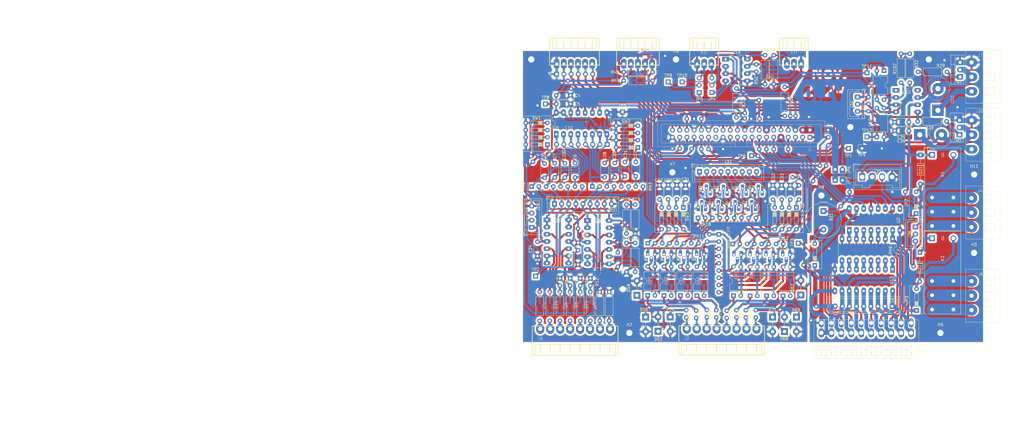
<source format=kicad_pcb>
(kicad_pcb
	(version 20240108)
	(generator "pcbnew")
	(generator_version "8.0")
	(general
		(thickness 1.6)
		(legacy_teardrops no)
	)
	(paper "A4")
	(layers
		(0 "F.Cu" signal)
		(1 "In1.Cu" signal)
		(2 "In2.Cu" signal)
		(31 "B.Cu" signal)
		(32 "B.Adhes" user "B.Adhesive")
		(33 "F.Adhes" user "F.Adhesive")
		(34 "B.Paste" user)
		(35 "F.Paste" user)
		(36 "B.SilkS" user "B.Silkscreen")
		(37 "F.SilkS" user "F.Silkscreen")
		(38 "B.Mask" user)
		(39 "F.Mask" user)
		(40 "Dwgs.User" user "User.Drawings")
		(41 "Cmts.User" user "User.Comments")
		(42 "Eco1.User" user "User.Eco1")
		(43 "Eco2.User" user "User.Eco2")
		(44 "Edge.Cuts" user)
		(45 "Margin" user)
		(46 "B.CrtYd" user "B.Courtyard")
		(47 "F.CrtYd" user "F.Courtyard")
		(48 "B.Fab" user)
		(49 "F.Fab" user)
		(50 "User.1" user)
		(51 "User.2" user)
		(52 "User.3" user)
		(53 "User.4" user)
		(54 "User.5" user)
		(55 "User.6" user)
		(56 "User.7" user)
		(57 "User.8" user)
		(58 "User.9" user)
	)
	(setup
		(stackup
			(layer "F.SilkS"
				(type "Top Silk Screen")
			)
			(layer "F.Paste"
				(type "Top Solder Paste")
			)
			(layer "F.Mask"
				(type "Top Solder Mask")
				(thickness 0.01)
			)
			(layer "F.Cu"
				(type "copper")
				(thickness 0.035)
			)
			(layer "dielectric 1"
				(type "prepreg")
				(thickness 0.1)
				(material "FR4")
				(epsilon_r 4.5)
				(loss_tangent 0.02)
			)
			(layer "In1.Cu"
				(type "copper")
				(thickness 0.035)
			)
			(layer "dielectric 2"
				(type "core")
				(thickness 1.24)
				(material "FR4")
				(epsilon_r 4.5)
				(loss_tangent 0.02)
			)
			(layer "In2.Cu"
				(type "copper")
				(thickness 0.035)
			)
			(layer "dielectric 3"
				(type "prepreg")
				(thickness 0.1)
				(material "FR4")
				(epsilon_r 4.5)
				(loss_tangent 0.02)
			)
			(layer "B.Cu"
				(type "copper")
				(thickness 0.035)
			)
			(layer "B.Mask"
				(type "Bottom Solder Mask")
				(thickness 0.01)
			)
			(layer "B.Paste"
				(type "Bottom Solder Paste")
			)
			(layer "B.SilkS"
				(type "Bottom Silk Screen")
				(color "Red")
			)
			(copper_finish "None")
			(dielectric_constraints no)
		)
		(pad_to_mask_clearance 0)
		(allow_soldermask_bridges_in_footprints no)
		(pcbplotparams
			(layerselection 0x0000000_7ffffff9)
			(plot_on_all_layers_selection 0x00290ba_00000000)
			(disableapertmacros no)
			(usegerberextensions no)
			(usegerberattributes no)
			(usegerberadvancedattributes yes)
			(creategerberjobfile yes)
			(dashed_line_dash_ratio 12.000000)
			(dashed_line_gap_ratio 3.000000)
			(svgprecision 4)
			(plotframeref no)
			(viasonmask no)
			(mode 1)
			(useauxorigin no)
			(hpglpennumber 1)
			(hpglpenspeed 20)
			(hpglpendiameter 15.000000)
			(pdf_front_fp_property_popups yes)
			(pdf_back_fp_property_popups yes)
			(dxfpolygonmode yes)
			(dxfimperialunits yes)
			(dxfusepcbnewfont yes)
			(psnegative no)
			(psa4output no)
			(plotreference no)
			(plotvalue no)
			(plotfptext no)
			(plotinvisibletext no)
			(sketchpadsonfab no)
			(subtractmaskfromsilk no)
			(outputformat 5)
			(mirror no)
			(drillshape 1)
			(scaleselection 1)
			(outputdirectory "export/")
		)
	)
	(net 0 "")
	(net 1 "+5V")
	(net 2 "/Buzzer")
	(net 3 "GND")
	(net 4 "+3V3")
	(net 5 "/ADC_CH3")
	(net 6 "/ADC_CH1")
	(net 7 "+12V")
	(net 8 "/Dig-IN_1")
	(net 9 "-5V")
	(net 10 "/ADC_CH5")
	(net 11 "/ADC_CH6")
	(net 12 "/ADC_CH0")
	(net 13 "/ADC_CH2")
	(net 14 "/ADC_CH7")
	(net 15 "/ADC_CH4")
	(net 16 "/Dig-IN_2")
	(net 17 "/Dig-IN_3")
	(net 18 "/Dig-IN_4")
	(net 19 "/Dig-IN_5")
	(net 20 "/Dig-IN_6")
	(net 21 "/Dig-IN_7")
	(net 22 "/Dig-IN_8")
	(net 23 "OUT_Digital_1_open-drain")
	(net 24 "Net-(U3C-+)")
	(net 25 "Net-(U3D-+)")
	(net 26 "IN_Analog_T1 (0-3.3V)")
	(net 27 "IN_Analog_T5 (0-12V)")
	(net 28 "Net-(U9B-+)")
	(net 29 "/OUT_PWM_1_diode")
	(net 30 "/OUT_PWM_2_diode")
	(net 31 "Net-(U9A-+)")
	(net 32 "OUT_Digital_2_open-drain")
	(net 33 "OUT_Digital_3_open-drain")
	(net 34 "OUT_Digital_4_open-drain")
	(net 35 "OUT_Digital_5_open-drain")
	(net 36 "Net-(U3A-+)")
	(net 37 "I2C_SDA")
	(net 38 "RS485_B")
	(net 39 "RS485_A")
	(net 40 "Net-(D50-A1)")
	(net 41 "Net-(D51-A)")
	(net 42 "Net-(D53-A1)")
	(net 43 "Net-(D54-A)")
	(net 44 "Net-(D56-A1)")
	(net 45 "Net-(D57-A)")
	(net 46 "Net-(D59-A1)")
	(net 47 "Net-(D60-A)")
	(net 48 "Net-(D62-A1)")
	(net 49 "Net-(D63-A)")
	(net 50 "Net-(D65-A1)")
	(net 51 "Net-(D66-A)")
	(net 52 "Net-(D68-A1)")
	(net 53 "Net-(D69-A)")
	(net 54 "Net-(D71-A1)")
	(net 55 "Net-(D72-A)")
	(net 56 "unconnected-(J1-ID_SD{slash}GPIO0-Pad27)")
	(net 57 "/SPI_CE0_ADC")
	(net 58 "Net-(J1-3V3-Pad1)")
	(net 59 "/SPI0_miso_ADC")
	(net 60 "/UART_DIR-T")
	(net 61 "/SPI0_mosi_ADC")
	(net 62 "/SPI0_sclk_ADC")
	(net 63 "/UART_TX")
	(net 64 "/SPI1_miso_FREE")
	(net 65 "/SR-OUT_latch")
	(net 66 "/SPI1_mosi_FREE")
	(net 67 "/SR-OUT_clock")
	(net 68 "/SR-OUT_data")
	(net 69 "unconnected-(J1-ID_SC{slash}GPIO1-Pad28)")
	(net 70 "/SPI1_CE_FREE")
	(net 71 "/UART_RX")
	(net 72 "/OUT_PWM_2")
	(net 73 "/SPI1_sclk_FREE")
	(net 74 "/OUT_PWM_1")
	(net 75 "IN_Digital_8")
	(net 76 "IN_Digital_5")
	(net 77 "IN_Digital_2")
	(net 78 "IN_Digital_3")
	(net 79 "IN_Digital_4")
	(net 80 "IN_Digital_6")
	(net 81 "IN_Digital_7")
	(net 82 "IN_Digital_1")
	(net 83 "OUT_Digital_8")
	(net 84 "OUT_Digital_7_open-drain")
	(net 85 "OUT_Digital_2")
	(net 86 "OUT_Digital_4")
	(net 87 "OUT_Digital_5")
	(net 88 "OUT_Digital_6")
	(net 89 "OUT_Digital_3")
	(net 90 "OUT_Digital_7")
	(net 91 "OUT_Digital_8_open-drain")
	(net 92 "OUT_Digital_1")
	(net 93 "OUT_Digital_6_open-drain")
	(net 94 "Net-(J4-Pin_1)")
	(net 95 "Net-(J4-Pin_2)")
	(net 96 "Net-(J4-Pin_3)")
	(net 97 "OUT_Digital_COM_open-drain")
	(net 98 "Net-(J6-Pin_1)")
	(net 99 "Net-(J6-Pin_3)")
	(net 100 "Net-(J6-Pin_2)")
	(net 101 "IN_Analog_T4 (0-5V)")
	(net 102 "IN_Analog_T2 (0-3.3V)")
	(net 103 "IN_Analog_T8 (0-20mA)")
	(net 104 "IN_Analog_T6 (0-24V)")
	(net 105 "IN_Analog_T7 (0-20mA)")
	(net 106 "IN_Analog_T3 (0-5V)")
	(net 107 "Net-(Q1-G)")
	(net 108 "Net-(Q2-G)")
	(net 109 "Net-(Q2-D)")
	(net 110 "Net-(Q5-G)")
	(net 111 "Net-(C17-Pad1)")
	(net 112 "Net-(Q7-G)")
	(net 113 "Net-(Q7-D)")
	(net 114 "Net-(C29-Pad1)")
	(net 115 "Net-(Q9-G)")
	(net 116 "Net-(C30-Pad1)")
	(net 117 "Net-(Q10-G)")
	(net 118 "Net-(Q11-D)")
	(net 119 "Net-(Q11-G)")
	(net 120 "Net-(C31-Pad1)")
	(net 121 "Net-(Q13-G)")
	(net 122 "Net-(Q13-D)")
	(net 123 "Net-(C32-Pad1)")
	(net 124 "Net-(Q15-D)")
	(net 125 "Net-(Q15-G)")
	(net 126 "Net-(C33-Pad1)")
	(net 127 "Net-(Q17-G)")
	(net 128 "Net-(Q17-D)")
	(net 129 "Net-(C34-Pad1)")
	(net 130 "Net-(Q19-D)")
	(net 131 "Net-(Q19-G)")
	(net 132 "Net-(C35-Pad1)")
	(net 133 "Net-(U9C--)")
	(net 134 "Net-(U12-~{OUTA})")
	(net 135 "Net-(U12-~{OUTB})")
	(net 136 "Net-(U12-INB)")
	(net 137 "Net-(R33-Pad1)")
	(net 138 "Net-(U9D--)")
	(net 139 "Net-(U12-INA)")
	(net 140 "Net-(R108-Pad1)")
	(net 141 "unconnected-(U2-QH'-Pad9)")
	(net 142 "unconnected-(U12-NC-Pad8)")
	(net 143 "unconnected-(U12-NC-Pad1)")
	(net 144 "Net-(U3B-+)")
	(net 145 "/LED_analog-CH1-T1")
	(net 146 "/LED_analog-CH5-T5")
	(net 147 "/LED_analog-CH0-T2")
	(net 148 "/LED_analog-CH7-T7")
	(net 149 "/LED_analog-CH3-T3")
	(net 150 "/LED_analog-CH2-T4")
	(net 151 "/LED_analog-CH4-T6")
	(net 152 "/LED_analog-CH6-T8")
	(net 153 "/LED_digital-out_2")
	(net 154 "/LED_digital-out_8")
	(net 155 "/LED_digital-out_6")
	(net 156 "/LED_digital-out_5")
	(net 157 "/LED_digital-out_4")
	(net 158 "/LED_digital-out_7")
	(net 159 "/LED_digital-out_1")
	(net 160 "/LED_digital-out_3")
	(net 161 "/LED_relay-1")
	(net 162 "/LED_PWM-1")
	(net 163 "/LED_PWM-2")
	(net 164 "/LED_relay-2")
	(net 165 "Net-(RN9-R2.2)")
	(net 166 "Net-(RN9-R8.2)")
	(net 167 "Net-(RN9-R7.2)")
	(net 168 "Net-(RN9-R5.2)")
	(net 169 "Net-(RN9-R1.2)")
	(net 170 "Net-(RN9-R6.2)")
	(net 171 "Net-(RN9-R3.2)")
	(net 172 "Net-(RN9-R4.2)")
	(net 173 "/DIP_EN-Filter-ADC3")
	(net 174 "/DIP_EN-Filter-ADC1")
	(net 175 "/DIP_EN-Filter-ADC5")
	(net 176 "/DIP_EN-Filter-ADC6")
	(net 177 "/DIP_EN-Filter-ADC0")
	(net 178 "/DIP_EN-Filter-ADC2")
	(net 179 "/DIP_EN-Filter-ADC7")
	(net 180 "/DIP_EN-Filter-ADC4")
	(net 181 "I2C_SCL")
	(net 182 "Net-(J10-Pin_2)")
	(net 183 "Net-(J10-Pin_1)")
	(net 184 "Net-(JP4-A)")
	(net 185 "Net-(JP5-A)")
	(net 186 "Net-(JP6-A)")
	(net 187 "+5VP")
	(net 188 "+3V3P")
	(footprint "Connector_JST:JST_XH_B9B-XH-A_1x09_P2.50mm_Vertical" (layer "F.Cu") (at 130.3415 74.427611))
	(footprint "Resistor_THT:R_Axial_DIN0207_L6.3mm_D2.5mm_P2.54mm_Vertical" (layer "F.Cu") (at 150.2831 36.755811 -90))
	(footprint "Button_Switch_THT:SW_DIP_SPSTx04_Slide_9.78x12.34mm_W7.62mm_P2.54mm" (layer "F.Cu") (at 76.9216 64.886811 180))
	(footprint "Package_TO_SOT_THT:TO-92_HandSolder" (layer "F.Cu") (at 129.9097 86.945411))
	(footprint "Package_DIP:DIP-4_W10.16mm" (layer "F.Cu") (at 192.5691 62.232811 90))
	(footprint "Button_Switch_THT:SW_DIP_SPSTx01_Slide_9.78x4.72mm_W7.62mm_P2.54mm" (layer "F.Cu") (at 170.7981 107.323311 90))
	(footprint "Relay_THT:Relay_SPDT_Omron_G2RL-1-E" (layer "F.Cu") (at 211.9771 68.473811))
	(footprint "Resistor_THT:R_Axial_DIN0207_L6.3mm_D2.5mm_P10.16mm_Horizontal" (layer "F.Cu") (at 98.5941 116.585511 -90))
	(footprint "Package_DIP:DIP-8_W7.62mm_LongPads" (layer "F.Cu") (at 139.4881 34.907811))
	(footprint "Diode_THT:D_DO-15_P5.08mm_Vertical_AnodeUp" (layer "F.Cu") (at 108.3451 117.810811 90))
	(footprint "custom-footprints1:WAGO 713-1430 MINI HD Stiftleiste gewinkelt 2x10-polig, RM 3,5" (layer "F.Cu") (at 188.8601 131.987811))
	(footprint "Resistor_THT:R_Array_SIP8" (layer "F.Cu") (at 112.1731 99.539861))
	(footprint "Resistor_THT:R_Axial_DIN0207_L6.3mm_D2.5mm_P10.16mm_Horizontal" (layer "F.Cu") (at 91.9901 116.585511 -90))
	(footprint "Capacitor_THT:C_Disc_D7.0mm_W2.5mm_P5.00mm" (layer "F.Cu") (at 73.4481 99.042811 -90))
	(footprint "Package_DIP:DIP-4_W10.16mm" (layer "F.Cu") (at 117.8423 117.898661 90))
	(footprint "Capacitor_THT:C_Disc_D7.0mm_W2.5mm_P5.00mm" (layer "F.Cu") (at 79.5041 76.426496 90))
	(footprint "Capacitor_THT:C_Disc_D7.0mm_W2.5mm_P5.00mm" (layer "F.Cu") (at 156.0971 84.190161 90))
	(footprint "Capacitor_THT:C_Disc_D7.0mm_W2.5mm_P5.00mm" (layer "F.Cu") (at 125.4093 84.107661 90))
	(footprint "custom-footprints1:MountingHole_2.2mm_NPTH-with-pad" (layer "F.Cu") (at 226.7599 75.392811))
	(footprint "custom-footprints1:MountingHole_2.2mm_NPTH-with-pad" (layer "F.Cu") (at 173.1151 82.758811))
	(footprint "Capacitor_THT:C_Disc_D7.0mm_W2.5mm_P5.00mm" (layer "F.Cu") (at 119.3133 84.107661 90))
	(footprint "Resistor_THT:R_Axial_DIN0207_L6.3mm_D2.5mm_P2.54mm_Vertical" (layer "F.Cu") (at 139.8945 125.767211 90))
	(footprint "Package_DIP:DIP-4_W10.16mm" (layer "F.Cu") (at 148.0783 118.004661 90))
	(footprint "Capacitor_THT:C_Disc_D7.0mm_W2.5mm_P5.00mm" (layer "F.Cu") (at 100.5861 76.368811 90))
	(footprint "Package_TO_SOT_THT:TO-92_HandSolder" (layer "F.Cu") (at 131.8401 103.459811 180))
	(footprint "Connector_JST:JST_XH_B4B-XH-A_1x04_P2.50mm_Vertical" (layer "F.Cu") (at 71.3991 93.962811 90))
	(footprint "Resistor_THT:R_Axial_DIN0207_L6.3mm_D2.5mm_P2.54mm_Vertical" (layer "F.Cu") (at 146.6001 125.585811 90))
	(footprint "Resistor_THT:R_Axial_DIN0207_L6.3mm_D2.5mm_P10.16mm_Horizontal" (layer "F.Cu") (at 217.0851 56.751811 180))
	(footprint "Resistor_THT:R_Axial_DIN0207_L6.3mm_D2.5mm_P10.16mm_Horizontal" (layer "F.Cu") (at 204.1311 33.002811 -90))
	(footprint "Capacitor_THT:C_Disc_D7.0mm_W2.5mm_P5.00mm"
		(layer "F.Cu")
		(uuid "225685cd-35d5-436d-aa61-4884f58dd0a3")
		(at 104.1421 76.032811 90)
		(descr "C, Disc series, Radial, pin pitch=5.00mm, , diameter*width=7*2.5mm^2, Capacitor, http://cdn-reichelt.de/documents/datenblatt/B300/DS_KERKO_TC.pdf")
		(tags "C Disc series Radial pin pitch 5.00mm  diameter 7mm width 2.5mm Capacitor")
		(property "Reference" "C21"
			(at 7.77 0.2195 90)
			(layer "F.SilkS")
			(uuid "61e59fa7-ec47-458c-91c9-670fc121632e")
			(effects
				(font
					(size 1 1)
					(thickness 0.15)
				)
			)
		)
		(property "Value" "100n"
			(at 2.418 0.012 90)
			(layer "F.Fab")
			(uuid "05ca397d-c5e5-49d0-b081-ed6e55c4ad21")
			(effects
				(font
					(size 1 1)
					(thickness 0.15)
				)
			)
... [2478959 chars truncated]
</source>
